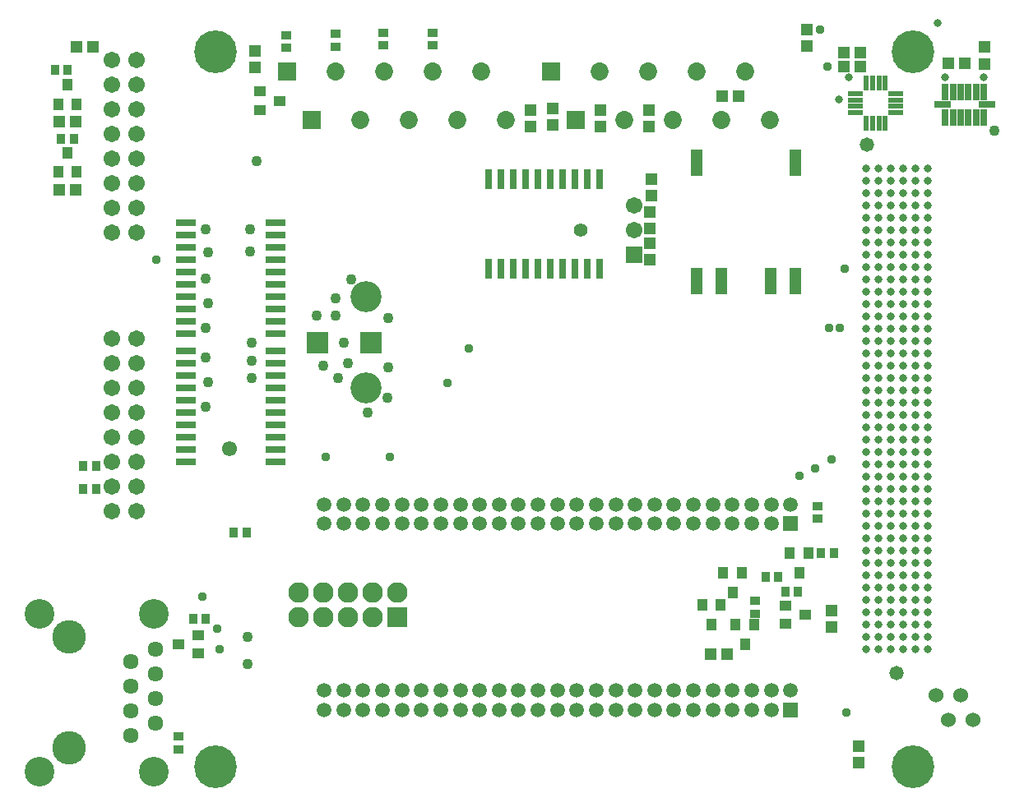
<source format=gts>
G75*
%MOIN*%
%OFA0B0*%
%FSLAX25Y25*%
%IPPOS*%
%LPD*%
%AMOC8*
5,1,8,0,0,1.08239X$1,22.5*
%
%ADD10R,0.05950X0.05950*%
%ADD11C,0.05950*%
%ADD12R,0.08300X0.08300*%
%ADD13C,0.08300*%
%ADD14C,0.03300*%
%ADD15C,0.05800*%
%ADD16R,0.06737X0.06737*%
%ADD17C,0.06737*%
%ADD18R,0.03950X0.04643*%
%ADD19R,0.07296X0.07296*%
%ADD20C,0.07296*%
%ADD21R,0.04737X0.10800*%
%ADD22R,0.05131X0.04737*%
%ADD23R,0.04737X0.05131*%
%ADD24R,0.02769X0.07099*%
%ADD25R,0.07099X0.02769*%
%ADD26R,0.02375X0.06312*%
%ADD27R,0.06312X0.02375*%
%ADD28R,0.04643X0.03950*%
%ADD29R,0.04343X0.03556*%
%ADD30R,0.03556X0.04343*%
%ADD31C,0.06343*%
%ADD32C,0.12020*%
%ADD33C,0.13600*%
%ADD34R,0.03162X0.07887*%
%ADD35R,0.07887X0.03162*%
%ADD36R,0.09068X0.09068*%
%ADD37C,0.12611*%
%ADD38C,0.06000*%
%ADD39C,0.17300*%
%ADD40C,0.03769*%
%ADD41C,0.06115*%
%ADD42C,0.05524*%
%ADD43C,0.04343*%
D10*
X0324538Y0036000D03*
X0324538Y0111500D03*
D11*
X0316664Y0111500D03*
X0308790Y0111500D03*
X0300916Y0111500D03*
X0293042Y0111500D03*
X0285168Y0111500D03*
X0277294Y0111500D03*
X0269420Y0111500D03*
X0261546Y0111500D03*
X0253672Y0111500D03*
X0245798Y0111500D03*
X0237924Y0111500D03*
X0230050Y0111500D03*
X0222176Y0111500D03*
X0214302Y0111500D03*
X0206428Y0111500D03*
X0198554Y0111500D03*
X0190680Y0111500D03*
X0182806Y0111500D03*
X0174931Y0111500D03*
X0167057Y0111500D03*
X0159183Y0111500D03*
X0151309Y0111500D03*
X0143435Y0111500D03*
X0135561Y0111500D03*
X0135561Y0119374D03*
X0143435Y0119374D03*
X0151309Y0119374D03*
X0159183Y0119374D03*
X0167057Y0119374D03*
X0174931Y0119374D03*
X0182806Y0119374D03*
X0190680Y0119374D03*
X0198554Y0119374D03*
X0206428Y0119374D03*
X0214302Y0119374D03*
X0222176Y0119374D03*
X0230050Y0119374D03*
X0237924Y0119374D03*
X0245798Y0119374D03*
X0253672Y0119374D03*
X0261546Y0119374D03*
X0269420Y0119374D03*
X0277294Y0119374D03*
X0285168Y0119374D03*
X0293042Y0119374D03*
X0300916Y0119374D03*
X0308790Y0119374D03*
X0316664Y0119374D03*
X0324538Y0119374D03*
X0324538Y0043874D03*
X0316664Y0043874D03*
X0316664Y0036000D03*
X0308790Y0036000D03*
X0300916Y0036000D03*
X0300916Y0043874D03*
X0308790Y0043874D03*
X0293042Y0043874D03*
X0293042Y0036000D03*
X0285168Y0036000D03*
X0285168Y0043874D03*
X0277294Y0043874D03*
X0277294Y0036000D03*
X0269420Y0036000D03*
X0269420Y0043874D03*
X0261546Y0043874D03*
X0261546Y0036000D03*
X0253672Y0036000D03*
X0253672Y0043874D03*
X0245798Y0043874D03*
X0245798Y0036000D03*
X0237924Y0036000D03*
X0237924Y0043874D03*
X0230050Y0043874D03*
X0230050Y0036000D03*
X0222176Y0036000D03*
X0214302Y0036000D03*
X0214302Y0043874D03*
X0222176Y0043874D03*
X0206428Y0043874D03*
X0206428Y0036000D03*
X0198554Y0036000D03*
X0198554Y0043874D03*
X0190680Y0043874D03*
X0190680Y0036000D03*
X0182806Y0036000D03*
X0182806Y0043874D03*
X0174931Y0043874D03*
X0167057Y0043874D03*
X0159183Y0043874D03*
X0151309Y0043874D03*
X0143435Y0043874D03*
X0135561Y0043874D03*
X0135561Y0036000D03*
X0143435Y0036000D03*
X0151309Y0036000D03*
X0159183Y0036000D03*
X0167057Y0036000D03*
X0174931Y0036000D03*
D12*
X0165038Y0073500D03*
D13*
X0165038Y0083500D03*
X0155038Y0083500D03*
X0145038Y0083500D03*
X0145038Y0073500D03*
X0155038Y0073500D03*
X0135038Y0073500D03*
X0125038Y0073500D03*
X0125038Y0083500D03*
X0135038Y0083500D03*
D14*
X0355038Y0085600D03*
X0360038Y0085600D03*
X0365038Y0085600D03*
X0370038Y0085600D03*
X0370038Y0080600D03*
X0365038Y0080600D03*
X0360038Y0080600D03*
X0355038Y0080600D03*
X0355038Y0075600D03*
X0360038Y0075600D03*
X0365038Y0075600D03*
X0370038Y0075600D03*
X0375038Y0075600D03*
X0380038Y0075600D03*
X0380038Y0070600D03*
X0380038Y0065600D03*
X0375038Y0065600D03*
X0375038Y0070600D03*
X0370038Y0070600D03*
X0370038Y0065600D03*
X0365038Y0065600D03*
X0365038Y0070600D03*
X0360038Y0070600D03*
X0360038Y0065600D03*
X0355038Y0065600D03*
X0355038Y0070600D03*
X0355038Y0060600D03*
X0360038Y0060600D03*
X0365038Y0060600D03*
X0370038Y0060600D03*
X0375038Y0060600D03*
X0380038Y0060600D03*
X0380038Y0080600D03*
X0380038Y0085600D03*
X0375038Y0085600D03*
X0375038Y0080600D03*
X0375038Y0090600D03*
X0380038Y0090600D03*
X0380038Y0095600D03*
X0375038Y0095600D03*
X0375038Y0100600D03*
X0380038Y0100600D03*
X0380038Y0105600D03*
X0375038Y0105600D03*
X0375038Y0110600D03*
X0380038Y0110600D03*
X0380038Y0115600D03*
X0375038Y0115600D03*
X0375038Y0120600D03*
X0380038Y0120600D03*
X0380038Y0125600D03*
X0380038Y0130600D03*
X0375038Y0130600D03*
X0375038Y0125600D03*
X0370038Y0125600D03*
X0370038Y0130600D03*
X0365038Y0130600D03*
X0365038Y0125600D03*
X0360038Y0125600D03*
X0360038Y0130600D03*
X0355038Y0130600D03*
X0355038Y0125600D03*
X0355038Y0120600D03*
X0360038Y0120600D03*
X0365038Y0120600D03*
X0370038Y0120600D03*
X0370038Y0115600D03*
X0370038Y0110600D03*
X0365038Y0110600D03*
X0365038Y0115600D03*
X0360038Y0115600D03*
X0360038Y0110600D03*
X0355038Y0110600D03*
X0355038Y0115600D03*
X0355038Y0105600D03*
X0360038Y0105600D03*
X0365038Y0105600D03*
X0370038Y0105600D03*
X0370038Y0100600D03*
X0365038Y0100600D03*
X0360038Y0100600D03*
X0355038Y0100600D03*
X0355038Y0095600D03*
X0360038Y0095600D03*
X0365038Y0095600D03*
X0370038Y0095600D03*
X0370038Y0090600D03*
X0365038Y0090600D03*
X0360038Y0090600D03*
X0355038Y0090600D03*
X0355038Y0135600D03*
X0360038Y0135600D03*
X0365038Y0135600D03*
X0370038Y0135600D03*
X0370038Y0140600D03*
X0365038Y0140600D03*
X0360038Y0140600D03*
X0355038Y0140600D03*
X0355038Y0145600D03*
X0360038Y0145600D03*
X0365038Y0145600D03*
X0370038Y0145600D03*
X0370038Y0150600D03*
X0365038Y0150600D03*
X0360038Y0150600D03*
X0355038Y0150600D03*
X0355038Y0155600D03*
X0360038Y0155600D03*
X0365038Y0155600D03*
X0370038Y0155600D03*
X0370038Y0160600D03*
X0365038Y0160600D03*
X0360038Y0160600D03*
X0355038Y0160600D03*
X0355038Y0165600D03*
X0360038Y0165600D03*
X0365038Y0165600D03*
X0370038Y0165600D03*
X0370038Y0170600D03*
X0365038Y0170600D03*
X0360038Y0170600D03*
X0355038Y0170600D03*
X0355038Y0175600D03*
X0360038Y0175600D03*
X0365038Y0175600D03*
X0370038Y0175600D03*
X0375038Y0175600D03*
X0380038Y0175600D03*
X0380038Y0170600D03*
X0380038Y0165600D03*
X0375038Y0165600D03*
X0375038Y0170600D03*
X0375038Y0160600D03*
X0380038Y0160600D03*
X0380038Y0155600D03*
X0375038Y0155600D03*
X0375038Y0150600D03*
X0380038Y0150600D03*
X0380038Y0145600D03*
X0375038Y0145600D03*
X0375038Y0140600D03*
X0380038Y0140600D03*
X0380038Y0135600D03*
X0375038Y0135600D03*
X0375038Y0180600D03*
X0380038Y0180600D03*
X0380038Y0185600D03*
X0375038Y0185600D03*
X0375038Y0190600D03*
X0380038Y0190600D03*
X0380038Y0195600D03*
X0375038Y0195600D03*
X0375038Y0200600D03*
X0380038Y0200600D03*
X0380038Y0205600D03*
X0375038Y0205600D03*
X0375038Y0210600D03*
X0380038Y0210600D03*
X0380038Y0215600D03*
X0375038Y0215600D03*
X0375038Y0220600D03*
X0380038Y0220600D03*
X0380038Y0225600D03*
X0380038Y0230600D03*
X0375038Y0230600D03*
X0375038Y0225600D03*
X0370038Y0225600D03*
X0370038Y0230600D03*
X0365038Y0230600D03*
X0365038Y0225600D03*
X0360038Y0225600D03*
X0360038Y0230600D03*
X0355038Y0230600D03*
X0355038Y0225600D03*
X0355038Y0220600D03*
X0360038Y0220600D03*
X0365038Y0220600D03*
X0370038Y0220600D03*
X0370038Y0215600D03*
X0370038Y0210600D03*
X0365038Y0210600D03*
X0365038Y0215600D03*
X0360038Y0215600D03*
X0360038Y0210600D03*
X0355038Y0210600D03*
X0355038Y0215600D03*
X0355038Y0205600D03*
X0360038Y0205600D03*
X0365038Y0205600D03*
X0370038Y0205600D03*
X0370038Y0200600D03*
X0365038Y0200600D03*
X0360038Y0200600D03*
X0355038Y0200600D03*
X0355038Y0195600D03*
X0360038Y0195600D03*
X0365038Y0195600D03*
X0370038Y0195600D03*
X0370038Y0190600D03*
X0365038Y0190600D03*
X0360038Y0190600D03*
X0355038Y0190600D03*
X0355038Y0185600D03*
X0360038Y0185600D03*
X0365038Y0185600D03*
X0370038Y0185600D03*
X0370038Y0180600D03*
X0365038Y0180600D03*
X0360038Y0180600D03*
X0355038Y0180600D03*
X0355038Y0235600D03*
X0360038Y0235600D03*
X0365038Y0235600D03*
X0370038Y0235600D03*
X0370038Y0240600D03*
X0365038Y0240600D03*
X0360038Y0240600D03*
X0355038Y0240600D03*
X0355038Y0245600D03*
X0360038Y0245600D03*
X0365038Y0245600D03*
X0370038Y0245600D03*
X0370038Y0250600D03*
X0365038Y0250600D03*
X0360038Y0250600D03*
X0355038Y0250600D03*
X0355038Y0255600D03*
X0360038Y0255600D03*
X0365038Y0255600D03*
X0370038Y0255600D03*
X0375038Y0255600D03*
X0380038Y0255600D03*
X0380038Y0250600D03*
X0380038Y0245600D03*
X0375038Y0245600D03*
X0375038Y0250600D03*
X0375038Y0240600D03*
X0380038Y0240600D03*
X0380038Y0235600D03*
X0375038Y0235600D03*
X0344163Y0283625D03*
X0348038Y0292500D03*
X0387038Y0292581D03*
X0402913Y0292581D03*
X0384038Y0314500D03*
D15*
X0355538Y0265150D03*
X0367538Y0051050D03*
D16*
X0261038Y0220500D03*
D17*
X0261038Y0230500D03*
X0261038Y0240500D03*
X0059538Y0239500D03*
X0049538Y0239500D03*
X0049538Y0229500D03*
X0059538Y0229500D03*
X0059538Y0249500D03*
X0049538Y0249500D03*
X0049538Y0259500D03*
X0059538Y0259500D03*
X0059538Y0269500D03*
X0049538Y0269500D03*
X0049538Y0279500D03*
X0059538Y0279500D03*
X0059538Y0289500D03*
X0049538Y0289500D03*
X0049538Y0299500D03*
X0059538Y0299500D03*
X0059538Y0186500D03*
X0049538Y0186500D03*
X0049538Y0176500D03*
X0059538Y0176500D03*
X0059538Y0166500D03*
X0049538Y0166500D03*
X0049538Y0156500D03*
X0059538Y0156500D03*
X0059538Y0146500D03*
X0049538Y0146500D03*
X0049538Y0136500D03*
X0059538Y0136500D03*
X0059538Y0126500D03*
X0049538Y0126500D03*
X0049538Y0116500D03*
X0059538Y0116500D03*
D18*
X0035278Y0254063D03*
X0027798Y0254063D03*
X0031538Y0261937D03*
X0035278Y0281563D03*
X0027798Y0281563D03*
X0031538Y0289437D03*
X0297298Y0091437D03*
X0304778Y0091437D03*
X0301038Y0083563D03*
X0296153Y0078562D03*
X0288673Y0078562D03*
X0292413Y0070688D03*
X0302298Y0070437D03*
X0309778Y0070437D03*
X0306038Y0062563D03*
X0328038Y0091563D03*
X0331778Y0099437D03*
X0324298Y0099437D03*
D19*
X0237380Y0275315D03*
X0227538Y0295000D03*
X0130380Y0275315D03*
X0120538Y0295000D03*
D20*
X0140223Y0295000D03*
X0159908Y0295000D03*
X0179593Y0295000D03*
X0199278Y0295000D03*
X0209120Y0275315D03*
X0189435Y0275315D03*
X0169750Y0275315D03*
X0150065Y0275315D03*
X0247223Y0295000D03*
X0266908Y0295000D03*
X0286593Y0295000D03*
X0306278Y0295000D03*
X0316120Y0275315D03*
X0296435Y0275315D03*
X0276750Y0275315D03*
X0257065Y0275315D03*
D21*
X0286538Y0258000D03*
X0326538Y0258000D03*
X0326538Y0210000D03*
X0316538Y0210000D03*
X0296538Y0210000D03*
X0286538Y0210000D03*
D22*
X0267038Y0272654D03*
X0267038Y0279346D03*
X0247538Y0279346D03*
X0247538Y0272654D03*
X0228038Y0273154D03*
X0228038Y0279846D03*
X0219038Y0279346D03*
X0219038Y0272654D03*
X0296691Y0285000D03*
X0303384Y0285000D03*
X0346191Y0297000D03*
X0346191Y0302500D03*
X0352884Y0302500D03*
X0352884Y0297000D03*
X0388316Y0298125D03*
X0395009Y0298125D03*
X0341038Y0076346D03*
X0341038Y0069654D03*
X0034884Y0247000D03*
X0028191Y0247000D03*
X0028191Y0274500D03*
X0034884Y0274500D03*
D23*
X0035191Y0305000D03*
X0041884Y0305000D03*
X0107538Y0303346D03*
X0107538Y0296654D03*
X0267538Y0237846D03*
X0267538Y0231154D03*
X0267538Y0225346D03*
X0267538Y0218654D03*
X0268038Y0244654D03*
X0268038Y0251346D03*
X0331038Y0305154D03*
X0331038Y0311846D03*
X0403163Y0304721D03*
X0403163Y0298029D03*
X0298884Y0058500D03*
X0292191Y0058500D03*
X0352038Y0021346D03*
X0352038Y0014654D03*
D24*
X0387164Y0276382D03*
X0390313Y0276382D03*
X0393463Y0276382D03*
X0396613Y0276382D03*
X0399762Y0276382D03*
X0402912Y0276382D03*
X0402912Y0286618D03*
X0399762Y0286618D03*
X0396613Y0286618D03*
X0393463Y0286618D03*
X0390313Y0286618D03*
X0387164Y0286618D03*
D25*
X0385983Y0281500D03*
X0404093Y0281500D03*
D26*
X0362876Y0273929D03*
X0360317Y0273929D03*
X0357758Y0273929D03*
X0355199Y0273929D03*
X0355199Y0290071D03*
X0357758Y0290071D03*
X0360317Y0290071D03*
X0362876Y0290071D03*
D27*
X0367109Y0285839D03*
X0367109Y0283280D03*
X0367109Y0280720D03*
X0367109Y0278161D03*
X0350967Y0278161D03*
X0350967Y0280720D03*
X0350967Y0283280D03*
X0350967Y0285839D03*
D28*
X0117475Y0283000D03*
X0109601Y0286740D03*
X0109601Y0279260D03*
X0322601Y0078240D03*
X0330475Y0074500D03*
X0322601Y0070760D03*
X0084475Y0066240D03*
X0084475Y0058760D03*
X0076601Y0062500D03*
D29*
X0076538Y0025059D03*
X0076538Y0019941D03*
X0310038Y0074941D03*
X0310038Y0080059D03*
X0335538Y0113441D03*
X0335538Y0118559D03*
X0179538Y0305441D03*
X0179538Y0310559D03*
X0159538Y0310559D03*
X0159538Y0305441D03*
X0140038Y0304941D03*
X0140038Y0310059D03*
X0120038Y0309559D03*
X0120038Y0304441D03*
D30*
X0034097Y0267500D03*
X0028979Y0267500D03*
X0026479Y0295500D03*
X0031597Y0295500D03*
X0037979Y0135000D03*
X0043097Y0135000D03*
X0043097Y0125500D03*
X0037979Y0125500D03*
X0098979Y0108000D03*
X0104097Y0108000D03*
X0087597Y0073000D03*
X0082479Y0073000D03*
X0314479Y0090000D03*
X0319597Y0090000D03*
X0322479Y0084000D03*
X0327597Y0084000D03*
X0336979Y0099500D03*
X0342097Y0099500D03*
D31*
X0067038Y0060500D03*
X0067038Y0050500D03*
X0067038Y0040500D03*
X0067038Y0030500D03*
X0057038Y0025500D03*
X0057038Y0035500D03*
X0057038Y0045500D03*
X0057038Y0055500D03*
D32*
X0020038Y0011000D03*
X0066526Y0011000D03*
X0066526Y0075000D03*
X0020038Y0075000D03*
D33*
X0032038Y0065500D03*
X0032038Y0020500D03*
D34*
X0202038Y0214890D03*
X0207038Y0214890D03*
X0212038Y0214890D03*
X0217038Y0214890D03*
X0222038Y0214890D03*
X0227038Y0214890D03*
X0232038Y0214890D03*
X0237038Y0214890D03*
X0242038Y0214890D03*
X0247038Y0214890D03*
X0247038Y0251110D03*
X0242038Y0251110D03*
X0237038Y0251110D03*
X0232038Y0251110D03*
X0227038Y0251110D03*
X0222038Y0251110D03*
X0217038Y0251110D03*
X0212038Y0251110D03*
X0207038Y0251110D03*
X0202038Y0251110D03*
D35*
X0115648Y0233500D03*
X0115648Y0228500D03*
X0115648Y0223500D03*
X0115648Y0218500D03*
X0115648Y0213500D03*
X0115648Y0208500D03*
X0115648Y0203500D03*
X0115648Y0198500D03*
X0115648Y0193500D03*
X0115648Y0188500D03*
X0115648Y0181500D03*
X0115648Y0176500D03*
X0115648Y0171500D03*
X0115648Y0166500D03*
X0115648Y0161500D03*
X0115648Y0156500D03*
X0115648Y0151500D03*
X0115648Y0146500D03*
X0115648Y0141500D03*
X0115648Y0136500D03*
X0079428Y0136500D03*
X0079428Y0141500D03*
X0079428Y0146500D03*
X0079428Y0151500D03*
X0079428Y0156500D03*
X0079428Y0161500D03*
X0079428Y0166500D03*
X0079428Y0171500D03*
X0079428Y0176500D03*
X0079428Y0181500D03*
X0079428Y0188500D03*
X0079428Y0193500D03*
X0079428Y0198500D03*
X0079428Y0203500D03*
X0079428Y0208500D03*
X0079428Y0213500D03*
X0079428Y0218500D03*
X0079428Y0223500D03*
X0079428Y0228500D03*
X0079428Y0233500D03*
D36*
X0132711Y0185000D03*
X0154365Y0185000D03*
D37*
X0152554Y0166496D03*
X0152554Y0203504D03*
D38*
X0383538Y0042000D03*
X0393538Y0042000D03*
X0398538Y0032000D03*
X0388538Y0032000D03*
D39*
X0374138Y0013000D03*
X0091638Y0013000D03*
X0091638Y0303000D03*
X0374038Y0303000D03*
D40*
X0339384Y0297000D03*
X0336384Y0312000D03*
X0346538Y0215000D03*
X0344538Y0191000D03*
X0340038Y0191000D03*
X0341038Y0137500D03*
X0334538Y0134000D03*
X0328038Y0131000D03*
X0347038Y0035000D03*
X0185538Y0168500D03*
X0194038Y0182500D03*
X0162038Y0138500D03*
X0136038Y0138500D03*
X0086038Y0082000D03*
X0092038Y0069000D03*
X0093038Y0060500D03*
X0067538Y0218500D03*
D41*
X0097038Y0142000D03*
D42*
X0239538Y0230500D03*
D43*
X0161538Y0195000D03*
X0143538Y0185000D03*
X0145038Y0176500D03*
X0141038Y0170500D03*
X0135038Y0175500D03*
X0132538Y0196000D03*
X0140038Y0196000D03*
X0140038Y0203000D03*
X0146538Y0210500D03*
X0105538Y0222000D03*
X0105538Y0231000D03*
X0087538Y0231000D03*
X0088538Y0221500D03*
X0087538Y0211000D03*
X0088538Y0201000D03*
X0087538Y0191000D03*
X0087538Y0179000D03*
X0088538Y0169000D03*
X0087538Y0159000D03*
X0106038Y0170500D03*
X0106038Y0177500D03*
X0106038Y0185000D03*
X0153038Y0156500D03*
X0161038Y0162500D03*
X0161538Y0175000D03*
X0108038Y0258500D03*
X0104538Y0065500D03*
X0104538Y0054500D03*
X0407038Y0271000D03*
M02*

</source>
